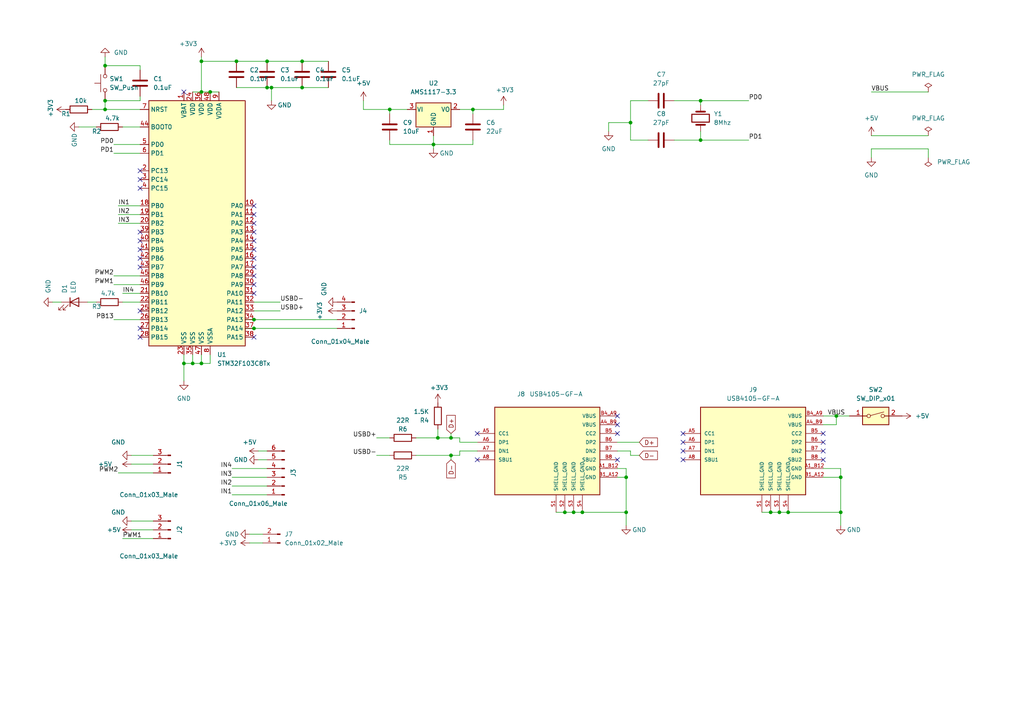
<source format=kicad_sch>
(kicad_sch (version 20211123) (generator eeschema)
  (paper "A4")
  (lib_symbols
    (symbol "Connector:Conn_01x02_Male" (pin_names (offset 1.016) hide)
      (property "Reference" "J" (at 0 2.54 0))
      (property "Value" "Conn_01x02_Male" (at 0 -5.08 0))
      (symbol "Conn_01x02_Male_1_1"
        (polyline (pts (xy 1.27 -2.54) (xy 0.8636 -2.54)) (stroke (width 0.1524)))
        (polyline (pts (xy 1.27 0) (xy 0.8636 0)) (stroke (width 0.1524)))
        (rectangle (start 0.8636 -2.413) (end 0 -2.667) (stroke (width 0.1524)) (fill (type outline)))
        (rectangle (start 0.8636 0.127) (end 0 -0.127) (stroke (width 0.1524)) (fill (type outline)))
        (pin passive line (at 5.08 0 180) (length 3.81) (name "Pin_1") (number "1"))
        (pin passive line (at 5.08 -2.54 180) (length 3.81) (name "Pin_2") (number "2"))
      )
    )
    (symbol "Connector:Conn_01x03_Male" (pin_names (offset 1.016) hide)
      (property "Reference" "J" (at 0 5.08 0))
      (property "Value" "Conn_01x03_Male" (at 0 -5.08 0))
      (symbol "Conn_01x03_Male_1_1"
        (polyline (pts (xy 1.27 -2.54) (xy 0.8636 -2.54)) (stroke (width 0.1524)))
        (polyline (pts (xy 1.27 0) (xy 0.8636 0)) (stroke (width 0.1524)))
        (polyline (pts (xy 1.27 2.54) (xy 0.8636 2.54)) (stroke (width 0.1524)))
        (rectangle (start 0.8636 -2.413) (end 0 -2.667) (stroke (width 0.1524)) (fill (type outline)))
        (rectangle (start 0.8636 0.127) (end 0 -0.127) (stroke (width 0.1524)) (fill (type outline)))
        (rectangle (start 0.8636 2.667) (end 0 2.413) (stroke (width 0.1524)) (fill (type outline)))
        (pin passive line (at 5.08 2.54 180) (length 3.81) (name "Pin_1") (number "1"))
        (pin passive line (at 5.08 0 180) (length 3.81) (name "Pin_2") (number "2"))
        (pin passive line (at 5.08 -2.54 180) (length 3.81) (name "Pin_3") (number "3"))
      )
    )
    (symbol "Connector:Conn_01x04_Male" (pin_names (offset 1.016) hide)
      (property "Reference" "J" (at 0 5.08 0))
      (property "Value" "Conn_01x04_Male" (at 0 -7.62 0))
      (symbol "Conn_01x04_Male_1_1"
        (polyline (pts (xy 1.27 -5.08) (xy 0.8636 -5.08)) (stroke (width 0.1524)))
        (polyline (pts (xy 1.27 -2.54) (xy 0.8636 -2.54)) (stroke (width 0.1524)))
        (polyline (pts (xy 1.27 0) (xy 0.8636 0)) (stroke (width 0.1524)))
        (polyline (pts (xy 1.27 2.54) (xy 0.8636 2.54)) (stroke (width 0.1524)))
        (rectangle (start 0.8636 -4.953) (end 0 -5.207) (stroke (width 0.1524)) (fill (type outline)))
        (rectangle (start 0.8636 -2.413) (end 0 -2.667) (stroke (width 0.1524)) (fill (type outline)))
        (rectangle (start 0.8636 0.127) (end 0 -0.127) (stroke (width 0.1524)) (fill (type outline)))
        (rectangle (start 0.8636 2.667) (end 0 2.413) (stroke (width 0.1524)) (fill (type outline)))
        (pin passive line (at 5.08 2.54 180) (length 3.81) (name "Pin_1") (number "1"))
        (pin passive line (at 5.08 0 180) (length 3.81) (name "Pin_2") (number "2"))
        (pin passive line (at 5.08 -2.54 180) (length 3.81) (name "Pin_3") (number "3"))
        (pin passive line (at 5.08 -5.08 180) (length 3.81) (name "Pin_4") (number "4"))
      )
    )
    (symbol "Connector:Conn_01x06_Male" (pin_names (offset 1.016) hide)
      (property "Reference" "J" (at 0 7.62 0))
      (property "Value" "Conn_01x06_Male" (at 0 -10.16 0))
      (symbol "Conn_01x06_Male_1_1"
        (polyline (pts (xy 1.27 -7.62) (xy 0.8636 -7.62)) (stroke (width 0.1524)))
        (polyline (pts (xy 1.27 -5.08) (xy 0.8636 -5.08)) (stroke (width 0.1524)))
        (polyline (pts (xy 1.27 -2.54) (xy 0.8636 -2.54)) (stroke (width 0.1524)))
        (polyline (pts (xy 1.27 0) (xy 0.8636 0)) (stroke (width 0.1524)))
        (polyline (pts (xy 1.27 2.54) (xy 0.8636 2.54)) (stroke (width 0.1524)))
        (polyline (pts (xy 1.27 5.08) (xy 0.8636 5.08)) (stroke (width 0.1524)))
        (rectangle (start 0.8636 -7.493) (end 0 -7.747) (stroke (width 0.1524)) (fill (type outline)))
        (rectangle (start 0.8636 -4.953) (end 0 -5.207) (stroke (width 0.1524)) (fill (type outline)))
        (rectangle (start 0.8636 -2.413) (end 0 -2.667) (stroke (width 0.1524)) (fill (type outline)))
        (rectangle (start 0.8636 0.127) (end 0 -0.127) (stroke (width 0.1524)) (fill (type outline)))
        (rectangle (start 0.8636 2.667) (end 0 2.413) (stroke (width 0.1524)) (fill (type outline)))
        (rectangle (start 0.8636 5.207) (end 0 4.953) (stroke (width 0.1524)) (fill (type outline)))
        (pin passive line (at 5.08 5.08 180) (length 3.81) (name "Pin_1") (number "1"))
        (pin passive line (at 5.08 2.54 180) (length 3.81) (name "Pin_2") (number "2"))
        (pin passive line (at 5.08 0 180) (length 3.81) (name "Pin_3") (number "3"))
        (pin passive line (at 5.08 -2.54 180) (length 3.81) (name "Pin_4") (number "4"))
        (pin passive line (at 5.08 -5.08 180) (length 3.81) (name "Pin_5") (number "5"))
        (pin passive line (at 5.08 -7.62 180) (length 3.81) (name "Pin_6") (number "6"))
      )
    )
    (symbol "Device:C" (pin_numbers hide) (pin_names (offset 0.254))
      (property "Reference" "C" (at 0.635 2.54 0))
      (property "Value" "C" (at 0.635 -2.54 0))
      (symbol "C_0_1"
        (polyline (pts (xy -2.032 -0.762) (xy 2.032 -0.762)) (stroke (width 0.508)))
        (polyline (pts (xy -2.032 0.762) (xy 2.032 0.762)) (stroke (width 0.508)))
      )
      (symbol "C_1_1"
        (pin passive line (at 0 3.81 270) (length 2.794) (name "~") (number "1"))
        (pin passive line (at 0 -3.81 90) (length 2.794) (name "~") (number "2"))
      )
    )
    (symbol "Device:Crystal" (pin_numbers hide) (pin_names (offset 1.016) hide)
      (property "Reference" "Y" (at 0 3.81 0))
      (property "Value" "Crystal" (at 0 -3.81 0))
      (symbol "Crystal_0_1"
        (rectangle (start -1.143 2.54) (end 1.143 -2.54) (stroke (width 0.3048)))
        (polyline (pts (xy -2.54 0) (xy -1.905 0)))
        (polyline (pts (xy -1.905 -1.27) (xy -1.905 1.27)) (stroke (width 0.508)))
        (polyline (pts (xy 1.905 -1.27) (xy 1.905 1.27)) (stroke (width 0.508)))
        (polyline (pts (xy 2.54 0) (xy 1.905 0)))
      )
      (symbol "Crystal_1_1"
        (pin passive line (at -3.81 0 0) (length 1.27) (name "1") (number "1"))
        (pin passive line (at 3.81 0 180) (length 1.27) (name "2") (number "2"))
      )
    )
    (symbol "Device:LED" (pin_numbers hide) (pin_names (offset 1.016) hide)
      (property "Reference" "D" (at 0 2.54 0))
      (property "Value" "LED" (at 0 -2.54 0))
      (symbol "LED_0_1"
        (polyline (pts (xy -1.27 -1.27) (xy -1.27 1.27)) (stroke (width 0.254)))
        (polyline (pts (xy -1.27 0) (xy 1.27 0)))
        (polyline (pts (xy 1.27 -1.27) (xy 1.27 1.27) (xy -1.27 0) (xy 1.27 -1.27)) (stroke (width 0.254)))
        (polyline (pts (xy -3.048 -0.762) (xy -4.572 -2.286) (xy -3.81 -2.286) (xy -4.572 -2.286) (xy -4.572 -1.524)))
        (polyline (pts (xy -1.778 -0.762) (xy -3.302 -2.286) (xy -2.54 -2.286) (xy -3.302 -2.286) (xy -3.302 -1.524)))
      )
      (symbol "LED_1_1"
        (pin passive line (at -3.81 0 0) (length 2.54) (name "K") (number "1"))
        (pin passive line (at 3.81 0 180) (length 2.54) (name "A") (number "2"))
      )
    )
    (symbol "Device:R" (pin_numbers hide) (pin_names (offset 0))
      (property "Reference" "R" (at 2.032 0 90))
      (property "Value" "R" (at 0 0 90))
      (symbol "R_0_1"
        (rectangle (start -1.016 -2.54) (end 1.016 2.54) (stroke (width 0.254)))
      )
      (symbol "R_1_1"
        (pin passive line (at 0 3.81 270) (length 1.27) (name "~") (number "1"))
        (pin passive line (at 0 -3.81 90) (length 1.27) (name "~") (number "2"))
      )
    )
    (symbol "MCU_ST_STM32F1:STM32F103C8Tx"
      (property "Reference" "U" (at -15.24 36.83 0))
      (property "Value" "STM32F103C8Tx" (at 7.62 36.83 0))
      (symbol "STM32F103C8Tx_0_1"
        (rectangle (start -15.24 -35.56) (end 12.7 35.56) (stroke (width 0.254)) (fill (type background)))
      )
      (symbol "STM32F103C8Tx_1_1"
        (pin power_in line (at -5.08 38.1 270) (length 2.54) (name "VBAT") (number "1"))
        (pin bidirectional line (at 15.24 5.08 180) (length 2.54) (name "PA0") (number "10"))
        (pin bidirectional line (at 15.24 2.54 180) (length 2.54) (name "PA1") (number "11"))
        (pin bidirectional line (at 15.24 0 180) (length 2.54) (name "PA2") (number "12"))
        (pin bidirectional line (at 15.24 -2.54 180) (length 2.54) (name "PA3") (number "13"))
        (pin bidirectional line (at 15.24 -5.08 180) (length 2.54) (name "PA4") (number "14"))
        (pin bidirectional line (at 15.24 -7.62 180) (length 2.54) (name "PA5") (number "15"))
        (pin bidirectional line (at 15.24 -10.16 180) (length 2.54) (name "PA6") (number "16"))
        (pin bidirectional line (at 15.24 -12.7 180) (length 2.54) (name "PA7") (number "17"))
        (pin bidirectional line (at -17.78 5.08 0) (length 2.54) (name "PB0") (number "18"))
        (pin bidirectional line (at -17.78 2.54 0) (length 2.54) (name "PB1") (number "19"))
        (pin bidirectional line (at -17.78 15.24 0) (length 2.54) (name "PC13") (number "2"))
        (pin bidirectional line (at -17.78 0 0) (length 2.54) (name "PB2") (number "20"))
        (pin bidirectional line (at -17.78 -20.32 0) (length 2.54) (name "PB10") (number "21"))
        (pin bidirectional line (at -17.78 -22.86 0) (length 2.54) (name "PB11") (number "22"))
        (pin power_in line (at -5.08 -38.1 90) (length 2.54) (name "VSS") (number "23"))
        (pin power_in line (at -2.54 38.1 270) (length 2.54) (name "VDD") (number "24"))
        (pin bidirectional line (at -17.78 -25.4 0) (length 2.54) (name "PB12") (number "25"))
        (pin bidirectional line (at -17.78 -27.94 0) (length 2.54) (name "PB13") (number "26"))
        (pin bidirectional line (at -17.78 -30.48 0) (length 2.54) (name "PB14") (number "27"))
        (pin bidirectional line (at -17.78 -33.02 0) (length 2.54) (name "PB15") (number "28"))
        (pin bidirectional line (at 15.24 -15.24 180) (length 2.54) (name "PA8") (number "29"))
        (pin bidirectional line (at -17.78 12.7 0) (length 2.54) (name "PC14") (number "3"))
        (pin bidirectional line (at 15.24 -17.78 180) (length 2.54) (name "PA9") (number "30"))
        (pin bidirectional line (at 15.24 -20.32 180) (length 2.54) (name "PA10") (number "31"))
        (pin bidirectional line (at 15.24 -22.86 180) (length 2.54) (name "PA11") (number "32"))
        (pin bidirectional line (at 15.24 -25.4 180) (length 2.54) (name "PA12") (number "33"))
        (pin bidirectional line (at 15.24 -27.94 180) (length 2.54) (name "PA13") (number "34"))
        (pin power_in line (at -2.54 -38.1 90) (length 2.54) (name "VSS") (number "35"))
        (pin power_in line (at 0 38.1 270) (length 2.54) (name "VDD") (number "36"))
        (pin bidirectional line (at 15.24 -30.48 180) (length 2.54) (name "PA14") (number "37"))
        (pin bidirectional line (at 15.24 -33.02 180) (length 2.54) (name "PA15") (number "38"))
        (pin bidirectional line (at -17.78 -2.54 0) (length 2.54) (name "PB3") (number "39"))
        (pin bidirectional line (at -17.78 10.16 0) (length 2.54) (name "PC15") (number "4"))
        (pin bidirectional line (at -17.78 -5.08 0) (length 2.54) (name "PB4") (number "40"))
        (pin bidirectional line (at -17.78 -7.62 0) (length 2.54) (name "PB5") (number "41"))
        (pin bidirectional line (at -17.78 -10.16 0) (length 2.54) (name "PB6") (number "42"))
        (pin bidirectional line (at -17.78 -12.7 0) (length 2.54) (name "PB7") (number "43"))
        (pin input line (at -17.78 27.94 0) (length 2.54) (name "BOOT0") (number "44"))
        (pin bidirectional line (at -17.78 -15.24 0) (length 2.54) (name "PB8") (number "45"))
        (pin bidirectional line (at -17.78 -17.78 0) (length 2.54) (name "PB9") (number "46"))
        (pin power_in line (at 0 -38.1 90) (length 2.54) (name "VSS") (number "47"))
        (pin power_in line (at 2.54 38.1 270) (length 2.54) (name "VDD") (number "48"))
        (pin input line (at -17.78 22.86 0) (length 2.54) (name "PD0") (number "5"))
        (pin input line (at -17.78 20.32 0) (length 2.54) (name "PD1") (number "6"))
        (pin input line (at -17.78 33.02 0) (length 2.54) (name "NRST") (number "7"))
        (pin power_in line (at 2.54 -38.1 90) (length 2.54) (name "VSSA") (number "8"))
        (pin power_in line (at 5.08 38.1 270) (length 2.54) (name "VDDA") (number "9"))
      )
    )
    (symbol "Regulator_Linear:AMS1117-3.3" (pin_names (offset 0.254))
      (property "Reference" "U" (at -3.81 3.175 0))
      (property "Value" "AMS1117-3.3" (at 0 3.175 0))
      (symbol "AMS1117-3.3_0_1"
        (rectangle (start -5.08 -5.08) (end 5.08 1.905) (stroke (width 0.254)) (fill (type background)))
      )
      (symbol "AMS1117-3.3_1_1"
        (pin power_in line (at 0 -7.62 90) (length 2.54) (name "GND") (number "1"))
        (pin power_out line (at 7.62 0 180) (length 2.54) (name "VO") (number "2"))
        (pin power_in line (at -7.62 0 0) (length 2.54) (name "VI") (number "3"))
      )
    )
    (symbol "Switch:SW_DIP_x01" (pin_names (offset 0) hide)
      (property "Reference" "SW" (at 0 3.81 0))
      (property "Value" "SW_DIP_x01" (at 0 -3.81 0))
      (symbol "SW_DIP_x01_0_0"
        (circle (center -2.032 0) (radius 0.508))
        (polyline (pts (xy -1.524 0.127) (xy 2.3622 1.1684)))
        (circle (center 2.032 0) (radius 0.508))
      )
      (symbol "SW_DIP_x01_0_1"
        (rectangle (start -3.81 2.54) (end 3.81 -2.54) (stroke (width 0.254)) (fill (type background)))
      )
      (symbol "SW_DIP_x01_1_1"
        (pin passive line (at -7.62 0 0) (length 5.08) (name "~") (number "1"))
        (pin passive line (at 7.62 0 180) (length 5.08) (name "~") (number "2"))
      )
    )
    (symbol "Switch:SW_Push" (pin_numbers hide) (pin_names (offset 1.016) hide)
      (property "Reference" "SW" (at 1.27 2.54 0))
      (property "Value" "SW_Push" (at 0 -1.524 0))
      (symbol "SW_Push_0_1"
        (circle (center -2.032 0) (radius 0.508))
        (polyline (pts (xy 0 1.27) (xy 0 3.048)))
        (polyline (pts (xy 2.54 1.27) (xy -2.54 1.27)))
        (circle (center 2.032 0) (radius 0.508))
        (pin passive line (at -5.08 0 0) (length 2.54) (name "1") (number "1"))
        (pin passive line (at 5.08 0 180) (length 2.54) (name "2") (number "2"))
      )
    )
    (symbol "USB4105-GF-A:USB4105-GF-A" (pin_names (offset 1.016))
      (property "Reference" "J" (at -15.24 13.97 0))
      (property "Value" "USB4105-GF-A" (at -15.24 -15.24 0))
      (symbol "USB4105-GF-A_0_0"
        (rectangle (start -15.24 -12.7) (end 15.24 12.7) (stroke (width 0.254)) (fill (type background)))
        (pin power_in line (at 20.32 -5.08 180) (length 5.08) (name "GND") (number "A1_B12"))
        (pin power_in line (at 20.32 7.62 180) (length 5.08) (name "VBUS") (number "A4_B9"))
        (pin bidirectional line (at -20.32 5.08 0) (length 5.08) (name "CC1") (number "A5"))
        (pin bidirectional line (at -20.32 2.54 0) (length 5.08) (name "DP1") (number "A6"))
        (pin bidirectional line (at -20.32 0 0) (length 5.08) (name "DN1") (number "A7"))
        (pin bidirectional line (at -20.32 -2.54 0) (length 5.08) (name "SBU1") (number "A8"))
        (pin power_in line (at 20.32 -7.62 180) (length 5.08) (name "GND") (number "B1_A12"))
        (pin power_in line (at 20.32 10.16 180) (length 5.08) (name "VBUS") (number "B4_A9"))
        (pin bidirectional line (at 20.32 5.08 180) (length 5.08) (name "CC2") (number "B5"))
        (pin bidirectional line (at 20.32 2.54 180) (length 5.08) (name "DP2") (number "B6"))
        (pin bidirectional line (at 20.32 0 180) (length 5.08) (name "DN2") (number "B7"))
        (pin bidirectional line (at 20.32 -2.54 180) (length 5.08) (name "SBU2") (number "B8"))
        (pin power_in line (at 2.54 -17.78 90) (length 5.08) (name "SHELL_GND") (number "S1"))
        (pin power_in line (at 5.08 -17.78 90) (length 5.08) (name "SHELL_GND") (number "S2"))
        (pin power_in line (at 7.62 -17.78 90) (length 5.08) (name "SHELL_GND") (number "S3"))
        (pin power_in line (at 10.16 -17.78 90) (length 5.08) (name "SHELL_GND") (number "S4"))
      )
    )
    (symbol "power:+3.3V" (power) (pin_names (offset 0))
      (property "Value" "+3.3V" (at 0 3.556 0))
      (symbol "+3.3V_0_1"
        (polyline (pts (xy -0.762 1.27) (xy 0 2.54)))
        (polyline (pts (xy 0 0) (xy 0 2.54)))
        (polyline (pts (xy 0 2.54) (xy 0.762 1.27)))
      )
      (symbol "+3.3V_1_1"
        (pin power_in line (at 0 0 90) (length 0) hide (name "+3V3") (number "1"))
      )
    )
    (symbol "power:+5V" (power) (pin_names (offset 0))
      (property "Value" "+5V" (at 0 3.556 0))
      (symbol "+5V_0_1"
        (polyline (pts (xy -0.762 1.27) (xy 0 2.54)))
        (polyline (pts (xy 0 0) (xy 0 2.54)))
        (polyline (pts (xy 0 2.54) (xy 0.762 1.27)))
      )
      (symbol "+5V_1_1"
        (pin power_in line (at 0 0 90) (length 0) hide (name "+5V") (number "1"))
      )
    )
    (symbol "power:GND" (power) (pin_names (offset 0))
      (property "Value" "GND" (at 0 -3.81 0))
      (symbol "GND_0_1"
        (polyline (pts (xy 0 0) (xy 0 -1.27) (xy 1.27 -1.27) (xy 0 -2.54) (xy -1.27 -1.27) (xy 0 -1.27)))
      )
      (symbol "GND_1_1"
        (pin power_in line (at 0 0 270) (length 0) hide (name "GND") (number "1"))
      )
    )
    (symbol "power:PWR_FLAG" (power) (pin_numbers hide) (pin_names (offset 0) hide)
      (property "Value" "PWR_FLAG" (at 0 3.81 0))
      (symbol "PWR_FLAG_0_0"
        (pin power_out line (at 0 0 90) (length 0) (name "pwr") (number "1"))
      )
      (symbol "PWR_FLAG_0_1"
        (polyline (pts (xy 0 0) (xy 0 1.27) (xy -1.016 1.905) (xy 0 2.54) (xy 1.016 1.905) (xy 0 1.27)))
      )
    )
  )
  (junction (at 125.73 41.91))
  (junction (at 30.48 31.75))
  (junction (at 163.83 148.59))
  (junction (at 55.88 105.41))
  (junction (at 127 127))
  (junction (at 77.47 17.78))
  (junction (at 166.37 148.59))
  (junction (at 228.6 148.59))
  (junction (at 113.03 31.75))
  (junction (at 223.52 148.59))
  (junction (at 181.61 148.59))
  (junction (at 68.58 17.78))
  (junction (at 58.42 26.67))
  (junction (at 53.34 105.41))
  (junction (at 87.63 17.78))
  (junction (at 137.16 31.75))
  (junction (at 58.42 105.41))
  (junction (at 87.63 25.4))
  (junction (at 78.74 25.4))
  (junction (at 242.57 120.65))
  (junction (at 168.91 148.59))
  (junction (at 243.84 138.43))
  (junction (at 30.48 29.21))
  (junction (at 60.96 26.67))
  (junction (at 182.88 35.56))
  (junction (at 243.84 148.59))
  (junction (at 181.61 138.43))
  (junction (at 226.06 148.59))
  (junction (at 203.2 29.21))
  (junction (at 203.2 40.64))
  (junction (at 58.42 17.78))
  (junction (at 130.81 132.08))
  (junction (at 73.66 92.71))
  (junction (at 30.48 19.05))
  (junction (at 130.81 127))
  (junction (at 77.47 25.4))
  (junction (at 73.66 95.25))
  (no_connect (at 179.07 123.19))
  (no_connect (at 179.07 120.65))
  (no_connect (at 40.64 77.47))
  (no_connect (at 40.64 74.93))
  (no_connect (at 40.64 72.39))
  (no_connect (at 40.64 67.31))
  (no_connect (at 40.64 69.85))
  (no_connect (at 40.64 52.07))
  (no_connect (at 73.66 97.79))
  (no_connect (at 73.66 85.09))
  (no_connect (at 73.66 82.55))
  (no_connect (at 40.64 54.61))
  (no_connect (at 40.64 49.53))
  (no_connect (at 40.64 90.17))
  (no_connect (at 40.64 95.25))
  (no_connect (at 40.64 97.79))
  (no_connect (at 53.34 26.67))
  (no_connect (at 138.43 125.73))
  (no_connect (at 138.43 133.35))
  (no_connect (at 198.12 130.81))
  (no_connect (at 198.12 133.35))
  (no_connect (at 198.12 128.27))
  (no_connect (at 198.12 125.73))
  (no_connect (at 238.76 125.73))
  (no_connect (at 238.76 130.81))
  (no_connect (at 238.76 128.27))
  (no_connect (at 238.76 133.35))
  (no_connect (at 179.07 133.35))
  (no_connect (at 179.07 125.73))
  (no_connect (at 73.66 59.69))
  (no_connect (at 73.66 67.31))
  (no_connect (at 73.66 64.77))
  (no_connect (at 73.66 62.23))
  (no_connect (at 73.66 69.85))
  (no_connect (at 73.66 77.47))
  (no_connect (at 73.66 80.01))
  (no_connect (at 73.66 74.93))
  (no_connect (at 73.66 72.39))
  (wire (pts (xy 58.42 102.87) (xy 58.42 105.41)))
  (wire (pts (xy 182.88 132.08) (xy 182.88 130.81)))
  (wire (pts (xy 74.93 133.35) (xy 77.47 133.35)))
  (wire (pts (xy 77.47 25.4) (xy 78.74 25.4)))
  (wire (pts (xy 67.31 140.97) (xy 77.47 140.97)))
  (wire (pts (xy 53.34 105.41) (xy 53.34 110.49)))
  (wire (pts (xy 243.84 148.59) (xy 243.84 152.4)))
  (wire (pts (xy 35.56 156.21) (xy 44.45 156.21)))
  (wire (pts (xy 58.42 105.41) (xy 55.88 105.41)))
  (wire (pts (xy 127 127) (xy 120.65 127)))
  (wire (pts (xy 163.83 148.59) (xy 161.29 148.59)))
  (wire (pts (xy 182.88 29.21) (xy 182.88 35.56)))
  (wire (pts (xy 228.6 148.59) (xy 243.84 148.59)))
  (wire (pts (xy 138.43 130.81) (xy 133.35 130.81)))
  (wire (pts (xy 238.76 123.19) (xy 242.57 123.19)))
  (wire (pts (xy 60.96 26.67) (xy 63.5 26.67)))
  (wire (pts (xy 26.67 31.75) (xy 30.48 31.75)))
  (wire (pts (xy 73.66 87.63) (xy 81.28 87.63)))
  (wire (pts (xy 166.37 148.59) (xy 163.83 148.59)))
  (wire (pts (xy 40.64 36.83) (xy 35.56 36.83)))
  (wire (pts (xy 38.1 134.62) (xy 44.45 134.62)))
  (wire (pts (xy 58.42 17.78) (xy 58.42 26.67)))
  (wire (pts (xy 217.17 29.21) (xy 203.2 29.21)))
  (wire (pts (xy 203.2 40.64) (xy 195.58 40.64)))
  (wire (pts (xy 130.81 132.08) (xy 133.35 132.08)))
  (wire (pts (xy 243.84 138.43) (xy 243.84 148.59)))
  (wire (pts (xy 58.42 17.78) (xy 68.58 17.78)))
  (wire (pts (xy 87.63 17.78) (xy 95.25 17.78)))
  (wire (pts (xy 30.48 19.05) (xy 40.64 19.05)))
  (wire (pts (xy 67.31 143.51) (xy 77.47 143.51)))
  (wire (pts (xy 243.84 135.89) (xy 243.84 138.43)))
  (wire (pts (xy 243.84 138.43) (xy 238.76 138.43)))
  (wire (pts (xy 120.65 132.08) (xy 130.81 132.08)))
  (wire (pts (xy 125.73 41.91) (xy 125.73 43.18)))
  (wire (pts (xy 34.29 64.77) (xy 40.64 64.77)))
  (wire (pts (xy 38.1 153.67) (xy 44.45 153.67)))
  (wire (pts (xy 187.96 29.21) (xy 182.88 29.21)))
  (wire (pts (xy 33.02 80.01) (xy 40.64 80.01)))
  (wire (pts (xy 72.39 157.48) (xy 76.2 157.48)))
  (wire (pts (xy 38.1 132.08) (xy 44.45 132.08)))
  (wire (pts (xy 195.58 29.21) (xy 203.2 29.21)))
  (wire (pts (xy 176.53 38.1) (xy 176.53 35.56)))
  (wire (pts (xy 203.2 30.48) (xy 203.2 29.21)))
  (wire (pts (xy 34.29 59.69) (xy 40.64 59.69)))
  (wire (pts (xy 34.29 137.16) (xy 44.45 137.16)))
  (wire (pts (xy 223.52 148.59) (xy 226.06 148.59)))
  (wire (pts (xy 40.64 29.21) (xy 30.48 29.21)))
  (wire (pts (xy 176.53 35.56) (xy 182.88 35.56)))
  (wire (pts (xy 269.24 45.72) (xy 269.24 43.18)))
  (wire (pts (xy 185.42 132.08) (xy 182.88 132.08)))
  (wire (pts (xy 137.16 41.91) (xy 125.73 41.91)))
  (wire (pts (xy 72.39 154.94) (xy 76.2 154.94)))
  (wire (pts (xy 58.42 26.67) (xy 60.96 26.67)))
  (wire (pts (xy 78.74 25.4) (xy 87.63 25.4)))
  (wire (pts (xy 15.24 87.63) (xy 17.78 87.63)))
  (wire (pts (xy 146.05 31.75) (xy 137.16 31.75)))
  (wire (pts (xy 77.47 17.78) (xy 87.63 17.78)))
  (wire (pts (xy 220.98 148.59) (xy 223.52 148.59)))
  (wire (pts (xy 185.42 128.27) (xy 179.07 128.27)))
  (wire (pts (xy 68.58 25.4) (xy 77.47 25.4)))
  (wire (pts (xy 30.48 31.75) (xy 40.64 31.75)))
  (wire (pts (xy 182.88 35.56) (xy 182.88 40.64)))
  (wire (pts (xy 40.64 27.94) (xy 40.64 29.21)))
  (wire (pts (xy 130.81 127) (xy 130.81 125.73)))
  (wire (pts (xy 113.03 132.08) (xy 109.22 132.08)))
  (wire (pts (xy 35.56 85.09) (xy 40.64 85.09)))
  (wire (pts (xy 182.88 40.64) (xy 187.96 40.64)))
  (wire (pts (xy 181.61 135.89) (xy 181.61 138.43)))
  (wire (pts (xy 55.88 102.87) (xy 55.88 105.41)))
  (wire (pts (xy 105.41 31.75) (xy 105.41 29.21)))
  (wire (pts (xy 226.06 148.59) (xy 228.6 148.59)))
  (wire (pts (xy 58.42 16.51) (xy 58.42 17.78)))
  (wire (pts (xy 55.88 105.41) (xy 53.34 105.41)))
  (wire (pts (xy 55.88 26.67) (xy 58.42 26.67)))
  (wire (pts (xy 38.1 151.13) (xy 44.45 151.13)))
  (wire (pts (xy 137.16 40.64) (xy 137.16 41.91)))
  (wire (pts (xy 130.81 127) (xy 127 127)))
  (wire (pts (xy 27.94 36.83) (xy 22.86 36.83)))
  (wire (pts (xy 125.73 39.37) (xy 125.73 41.91)))
  (wire (pts (xy 73.66 90.17) (xy 81.28 90.17)))
  (wire (pts (xy 33.02 82.55) (xy 40.64 82.55)))
  (wire (pts (xy 105.41 31.75) (xy 113.03 31.75)))
  (wire (pts (xy 33.02 92.71) (xy 40.64 92.71)))
  (wire (pts (xy 181.61 148.59) (xy 181.61 152.4)))
  (wire (pts (xy 137.16 31.75) (xy 137.16 33.02)))
  (wire (pts (xy 71.12 95.25) (xy 73.66 95.25)))
  (wire (pts (xy 40.64 20.32) (xy 40.64 19.05)))
  (wire (pts (xy 238.76 135.89) (xy 243.84 135.89)))
  (wire (pts (xy 133.35 127) (xy 133.35 128.27)))
  (wire (pts (xy 181.61 138.43) (xy 179.07 138.43)))
  (wire (pts (xy 252.73 26.67) (xy 269.24 26.67)))
  (wire (pts (xy 33.02 44.45) (xy 40.64 44.45)))
  (wire (pts (xy 203.2 38.1) (xy 203.2 40.64)))
  (wire (pts (xy 68.58 17.78) (xy 77.47 17.78)))
  (wire (pts (xy 33.02 41.91) (xy 40.64 41.91)))
  (wire (pts (xy 182.88 130.81) (xy 179.07 130.81)))
  (wire (pts (xy 179.07 135.89) (xy 181.61 135.89)))
  (wire (pts (xy 53.34 102.87) (xy 53.34 105.41)))
  (wire (pts (xy 203.2 40.64) (xy 217.17 40.64)))
  (wire (pts (xy 34.29 62.23) (xy 40.64 62.23)))
  (wire (pts (xy 113.03 31.75) (xy 118.11 31.75)))
  (wire (pts (xy 60.96 102.87) (xy 60.96 105.41)))
  (wire (pts (xy 130.81 133.35) (xy 130.81 132.08)))
  (wire (pts (xy 71.12 92.71) (xy 73.66 92.71)))
  (wire (pts (xy 73.66 95.25) (xy 97.79 95.25)))
  (wire (pts (xy 27.94 87.63) (xy 25.4 87.63)))
  (wire (pts (xy 133.35 130.81) (xy 133.35 132.08)))
  (wire (pts (xy 113.03 41.91) (xy 125.73 41.91)))
  (wire (pts (xy 242.57 120.65) (xy 246.38 120.65)))
  (wire (pts (xy 133.35 128.27) (xy 138.43 128.27)))
  (wire (pts (xy 74.93 130.81) (xy 77.47 130.81)))
  (wire (pts (xy 73.66 92.71) (xy 97.79 92.71)))
  (wire (pts (xy 252.73 43.18) (xy 252.73 45.72)))
  (wire (pts (xy 30.48 16.51) (xy 30.48 19.05)))
  (wire (pts (xy 30.48 29.21) (xy 30.48 31.75)))
  (wire (pts (xy 113.03 41.91) (xy 113.03 40.64)))
  (wire (pts (xy 127 127) (xy 127 124.46)))
  (wire (pts (xy 78.74 25.4) (xy 78.74 29.21)))
  (wire (pts (xy 181.61 148.59) (xy 168.91 148.59)))
  (wire (pts (xy 67.31 138.43) (xy 77.47 138.43)))
  (wire (pts (xy 113.03 127) (xy 109.22 127)))
  (wire (pts (xy 242.57 123.19) (xy 242.57 120.65)))
  (wire (pts (xy 133.35 127) (xy 130.81 127)))
  (wire (pts (xy 181.61 138.43) (xy 181.61 148.59)))
  (wire (pts (xy 146.05 30.48) (xy 146.05 31.75)))
  (wire (pts (xy 60.96 105.41) (xy 58.42 105.41)))
  (wire (pts (xy 269.24 43.18) (xy 252.73 43.18)))
  (wire (pts (xy 133.35 31.75) (xy 137.16 31.75)))
  (wire (pts (xy 67.31 135.89) (xy 77.47 135.89)))
  (wire (pts (xy 168.91 148.59) (xy 166.37 148.59)))
  (wire (pts (xy 113.03 33.02) (xy 113.03 31.75)))
  (wire (pts (xy 238.76 120.65) (xy 242.57 120.65)))
  (wire (pts (xy 40.64 87.63) (xy 35.56 87.63)))
  (wire (pts (xy 252.73 39.37) (xy 269.24 39.37)))
  (wire (pts (xy 87.63 25.4) (xy 95.25 25.4)))
  (label "IN1" (at 34.29 59.69 0))
  (label "USBD+" (at 109.22 127 180))
  (label "VBUS" (at 240.03 120.65 0))
  (label "PD0" (at 33.02 41.91 180))
  (label "IN3" (at 67.31 138.43 180))
  (label "PD1" (at 33.02 44.45 180))
  (label "PD1" (at 217.17 40.64 0))
  (label "IN1" (at 67.31 143.51 180))
  (label "PWM2" (at 34.29 137.16 180))
  (label "IN4" (at 67.31 135.89 180))
  (label "IN4" (at 35.56 85.09 0))
  (label "USBD+" (at 81.28 90.17 0))
  (label "PB13" (at 33.02 92.71 180))
  (label "PWM2" (at 33.02 80.01 180))
  (label "USBD-" (at 81.28 87.63 0))
  (label "IN2" (at 34.29 62.23 0))
  (label "PWM1" (at 35.56 156.21 0))
  (label "PWM1" (at 33.02 82.55 180))
  (label "USBD-" (at 109.22 132.08 180))
  (label "VBUS" (at 252.73 26.67 0))
  (label "PD0" (at 217.17 29.21 0))
  (label "IN2" (at 67.31 140.97 180))
  (label "IN3" (at 34.29 64.77 0))
  (global_label "D+" (shape input) (at 185.42 128.27 0) (property "Intersheet References" "${INTERSHEET_REFS}" (effects hide)))
  (global_label "D+" (shape input) (at 130.81 125.73 90) (property "Intersheet References" "${INTERSHEET_REFS}" (effects hide)))
  (global_label "D-" (shape input) (at 185.42 132.08 0) (property "Intersheet References" "${INTERSHEET_REFS}" (effects hide)))
  (global_label "D-" (shape input) (at 130.81 133.35 270) (property "Intersheet References" "${INTERSHEET_REFS}" (effects hide)))
  (symbol (lib_id "Device:R") (at 22.86 31.75 270) (unit 1)
    (property "Reference" "R1" (at 17.78 33.02 90) (effects (justify left)))
    (property "Value" "10k" (at 21.59 29.21 90) (effects (justify left)))
    (property "Footprint" "Resistor_SMD:R_0603_1608Metric" (effects hide))
  )
  (symbol (lib_id "Device:C") (at 40.64 24.13 180) (unit 1)
    (property "Reference" "C1" (at 44.45 22.8599 0) (effects (justify right)))
    (property "Value" "0.1uF" (at 44.45 25.3999 0) (effects (justify right)))
    (property "Footprint" "Capacitor_SMD:C_0603_1608Metric" (effects hide))
  )
  (symbol (lib_id "power:+5V") (at 252.73 39.37 0) (unit 1)
    (property "Reference" "#PWR0124" (effects hide))
    (property "Value" "+5V" (at 252.73 34.29 0))
  )
  (symbol (lib_id "power:+5V") (at 38.1 153.67 90) (unit 1)
    (property "Reference" "#PWR0120" (effects hide))
    (property "Value" "+5V" (at 33.02 153.67 90))
  )
  (symbol (lib_id "Device:R") (at 127 120.65 0) (unit 1)
    (property "Reference" "R4" (at 124.46 121.9201 0) (effects (justify right)))
    (property "Value" "1.5K" (at 124.46 119.3801 0) (effects (justify right)))
    (property "Footprint" "Resistor_SMD:R_0603_1608Metric" (effects hide))
  )
  (symbol (lib_id "power:GND") (at 30.48 16.51 180) (unit 1)
    (property "Reference" "#PWR0105" (effects hide))
    (property "Value" "GND" (at 33.02 15.2399 0) (effects (justify right)))
  )
  (symbol (lib_id "power:+3.3V") (at 97.79 90.17 90) (unit 1)
    (property "Reference" "#PWR0115" (effects hide))
    (property "Value" "+3.3V" (at 92.71 90.17 0))
  )
  (symbol (lib_id "Connector:Conn_01x04_Male") (at 102.87 92.71 180) (unit 1)
    (property "Reference" "J4" (at 104.14 90.1699 0) (effects (justify right)))
    (property "Value" "Conn_01x04_Male" (at 90.17 99.06 0) (effects (justify right)))
    (property "Footprint" "Connector_PinHeader_2.54mm:PinHeader_1x04_P2.54mm_Vertical" (effects hide))
  )
  (symbol (lib_id "Device:C") (at 95.25 21.59 180) (unit 1)
    (property "Reference" "C5" (at 99.06 20.3199 0) (effects (justify right)))
    (property "Value" "0.1uF" (at 99.06 22.8599 0) (effects (justify right)))
    (property "Footprint" "Capacitor_SMD:C_0603_1608Metric" (effects hide))
  )
  (symbol (lib_id "power:GND") (at 15.24 87.63 270) (unit 1)
    (property "Reference" "#PWR0113" (effects hide))
    (property "Value" "GND" (at 13.9699 85.09 0) (effects (justify right)))
  )
  (symbol (lib_id "power:GND") (at 78.74 29.21 0) (unit 1)
    (property "Reference" "#PWR0117" (effects hide))
    (property "Value" "GND" (at 82.55 30.48 0))
  )
  (symbol (lib_id "Device:Crystal") (at 203.2 34.29 90) (unit 1)
    (property "Reference" "Y1" (at 207.01 33.0199 90) (effects (justify right)))
    (property "Value" "8Mhz" (at 207.01 35.5599 90) (effects (justify right)))
    (property "Footprint" "Crystal:Crystal_HC49-4H_Vertical" (effects hide))
  )
  (symbol (lib_id "Device:LED") (at 21.59 87.63 0) (unit 1)
    (property "Reference" "D1" (at 18.7324 85.09 90) (effects (justify left)))
    (property "Value" "LED" (at 21.2724 85.09 90) (effects (justify left)))
    (property "Footprint" "LED_SMD:LED_0805_2012Metric_Pad1.15x1.40mm_HandSolder" (effects hide))
  )
  (symbol (lib_id "Switch:SW_DIP_x01") (at 254 120.65 0) (unit 1)
    (property "Reference" "SW2" (at 254 113.03 0))
    (property "Value" "SW_DIP_x01" (at 254 115.57 0))
    (property "Footprint" "Button_Switch_THT:SW_Slide_1P2T_CK_OS102011MS2Q" (effects hide))
  )
  (symbol (lib_id "Switch:SW_Push") (at 30.48 24.13 90) (unit 1)
    (property "Reference" "SW1" (at 31.75 22.8599 90) (effects (justify right)))
    (property "Value" "SW_Push" (at 31.75 25.3999 90) (effects (justify right)))
    (property "Footprint" "Button_Switch_SMD:SW_Push_SPST_NO_Alps_SKRK" (effects hide))
  )
  (symbol (lib_id "power:+3.3V") (at 146.05 30.48 0) (unit 1)
    (property "Reference" "#PWR0111" (effects hide))
    (property "Value" "+3.3V" (at 146.431 26.0858 0))
  )
  (symbol (lib_id "Device:C") (at 191.77 29.21 90) (unit 1)
    (property "Reference" "C7" (at 191.77 21.59 90))
    (property "Value" "27pF" (at 191.77 24.13 90))
    (property "Footprint" "Capacitor_SMD:C_0603_1608Metric" (effects hide))
  )
  (symbol (lib_id "power:GND") (at 74.93 133.35 270) (unit 1)
    (property "Reference" "#PWR0123" (effects hide))
    (property "Value" "GND" (at 69.85 133.35 90))
  )
  (symbol (lib_id "power:+3.3V") (at 58.42 16.51 0) (unit 1)
    (property "Reference" "#PWR0106" (effects hide))
    (property "Value" "+3.3V" (at 54.61 12.7 0))
  )
  (symbol (lib_id "power:GND") (at 243.84 152.4 0) (unit 1)
    (property "Reference" "#PWR0130" (effects hide))
    (property "Value" "GND" (at 247.65 153.67 0))
  )
  (symbol (lib_id "Device:C") (at 87.63 21.59 180) (unit 1)
    (property "Reference" "C4" (at 91.44 20.3199 0) (effects (justify right)))
    (property "Value" "0.1uF" (at 91.44 22.8599 0) (effects (justify right)))
    (property "Footprint" "Capacitor_SMD:C_0603_1608Metric" (effects hide))
  )
  (symbol (lib_id "Device:C") (at 191.77 40.64 90) (unit 1)
    (property "Reference" "C8" (at 191.77 33.02 90))
    (property "Value" "27pF" (at 191.77 35.56 90))
    (property "Footprint" "Capacitor_SMD:C_0603_1608Metric" (effects hide))
  )
  (symbol (lib_id "power:GND") (at 125.73 43.18 0) (unit 1)
    (property "Reference" "#PWR0109" (effects hide))
    (property "Value" "GND" (at 129.54 44.45 0))
  )
  (symbol (lib_id "power:GND") (at 97.79 87.63 270) (unit 1)
    (property "Reference" "#PWR0116" (effects hide))
    (property "Value" "GND" (at 93.98 83.82 0))
  )
  (symbol (lib_id "power:+3.3V") (at 72.39 157.48 90) (unit 1)
    (property "Reference" "#PWR0126" (effects hide))
    (property "Value" "+3.3V" (at 66.04 157.48 90))
  )
  (symbol (lib_id "power:+5V") (at 105.41 29.21 0) (unit 1)
    (property "Reference" "#PWR0112" (effects hide))
    (property "Value" "+5V" (at 105.41 24.13 0))
  )
  (symbol (lib_id "power:PWR_FLAG") (at 269.24 39.37 0) (unit 1)
    (property "Reference" "#FLG0104" (effects hide))
    (property "Value" "PWR_FLAG" (at 269.24 34.29 0))
  )
  (symbol (lib_id "Device:C") (at 113.03 36.83 0) (unit 1)
    (property "Reference" "C9" (at 116.84 35.5599 0) (effects (justify left)))
    (property "Value" "10uF" (at 116.84 38.0999 0) (effects (justify left)))
    (property "Footprint" "Capacitor_SMD:C_0603_1608Metric" (effects hide))
  )
  (symbol (lib_id "Connector:Conn_01x06_Male") (at 82.55 138.43 180) (unit 1)
    (property "Reference" "J3" (at 85.09 137.16 90))
    (property "Value" "Conn_01x06_Male" (at 74.93 146.05 0))
    (property "Footprint" "Connector_PinHeader_2.54mm:PinHeader_1x06_P2.54mm_Vertical" (effects hide))
  )
  (symbol (lib_id "Device:C") (at 137.16 36.83 0) (unit 1)
    (property "Reference" "C6" (at 140.97 35.5599 0) (effects (justify left)))
    (property "Value" "22uF" (at 140.97 38.0999 0) (effects (justify left)))
    (property "Footprint" "Capacitor_Tantalum_SMD:CP_EIA-3216-18_Kemet-A" (effects hide))
  )
  (symbol (lib_id "power:+5V") (at 38.1 134.62 90) (unit 1)
    (property "Reference" "#PWR0119" (effects hide))
    (property "Value" "+5V" (at 30.48 134.62 90))
  )
  (symbol (lib_id "Device:R") (at 31.75 36.83 270) (unit 1)
    (property "Reference" "R2" (at 26.67 38.1 90) (effects (justify left)))
    (property "Value" "4.7k" (at 30.48 34.29 90) (effects (justify left)))
    (property "Footprint" "Resistor_SMD:R_0603_1608Metric" (effects hide))
  )
  (symbol (lib_id "power:GND") (at 38.1 151.13 270) (unit 1)
    (property "Reference" "#PWR0121" (effects hide))
    (property "Value" "GND" (at 34.29 148.59 90))
  )
  (symbol (lib_id "Device:C") (at 68.58 21.59 180) (unit 1)
    (property "Reference" "C2" (at 72.39 20.3199 0) (effects (justify right)))
    (property "Value" "0.1uF" (at 72.39 22.8599 0) (effects (justify right)))
    (property "Footprint" "Capacitor_SMD:C_0603_1608Metric" (effects hide))
  )
  (symbol (lib_id "Connector:Conn_01x03_Male") (at 49.53 134.62 180) (unit 1)
    (property "Reference" "J1" (at 52.07 134.62 90))
    (property "Value" "Conn_01x03_Male" (at 43.18 143.51 0))
    (property "Footprint" "Connector_PinHeader_2.54mm:PinHeader_1x03_P2.54mm_Vertical" (effects hide))
  )
  (symbol (lib_id "power:GND") (at 22.86 36.83 270) (unit 1)
    (property "Reference" "#PWR0103" (effects hide))
    (property "Value" "GND" (at 21.59 40.64 0))
  )
  (symbol (lib_id "Regulator_Linear:AMS1117-3.3") (at 125.73 31.75 0) (unit 1)
    (property "Reference" "U2" (at 125.73 24.13 0))
    (property "Value" "AMS1117-3.3" (at 125.73 26.67 0))
    (property "Footprint" "Package_TO_SOT_SMD:SOT-223-3_TabPin2" (effects hide))
    (property "Datasheet" "http://www.advanced-monolithic.com/pdf/ds1117.pdf" (effects hide))
  )
  (symbol (lib_id "power:GND") (at 72.39 154.94 270) (unit 1)
    (property "Reference" "#PWR0127" (effects hide))
    (property "Value" "GND" (at 67.31 154.94 90))
  )
  (symbol (lib_id "power:+3.3V") (at 19.05 31.75 90) (unit 1)
    (property "Reference" "#PWR0104" (effects hide))
    (property "Value" "+3.3V" (at 14.6558 31.369 0))
  )
  (symbol (lib_id "power:GND") (at 252.73 45.72 0) (unit 1)
    (property "Reference" "#PWR0125" (effects hide))
    (property "Value" "GND" (at 252.73 50.8 0))
  )
  (symbol (lib_id "power:+3.3V") (at 127 116.84 0) (unit 1)
    (property "Reference" "#PWR0101" (effects hide))
    (property "Value" "+3.3V" (at 127.381 112.4458 0))
  )
  (symbol (lib_id "power:GND") (at 176.53 38.1 0) (unit 1)
    (property "Reference" "#PWR0107" (effects hide))
    (property "Value" "GND" (at 176.53 43.18 0))
  )
  (symbol (lib_id "power:+5V") (at 74.93 130.81 90) (unit 1)
    (property "Reference" "#PWR0122" (effects hide))
    (property "Value" "+5V" (at 72.39 128.27 90))
  )
  (symbol (lib_id "Device:C") (at 77.47 21.59 180) (unit 1)
    (property "Reference" "C3" (at 81.28 20.3199 0) (effects (justify right)))
    (property "Value" "0.1uF" (at 81.28 22.8599 0) (effects (justify right)))
    (property "Footprint" "Capacitor_SMD:C_0603_1608Metric" (effects hide))
  )
  (symbol (lib_id "Connector:Conn_01x03_Male") (at 49.53 153.67 180) (unit 1)
    (property "Reference" "J2" (at 52.07 153.67 90))
    (property "Value" "Conn_01x03_Male" (at 43.18 161.29 0))
    (property "Footprint" "Connector_PinHeader_2.54mm:PinHeader_1x03_P2.54mm_Vertical" (effects hide))
  )
  (symbol (lib_id "Device:R") (at 116.84 132.08 90) (unit 1)
    (property "Reference" "R5" (at 116.84 138.43 90))
    (property "Value" "22R" (at 116.84 135.89 90))
    (property "Footprint" "Resistor_SMD:R_0603_1608Metric" (effects hide))
  )
  (symbol (lib_id "power:PWR_FLAG") (at 269.24 45.72 180) (unit 1)
    (property "Reference" "#FLG0101" (effects hide))
    (property "Value" "PWR_FLAG" (at 271.78 46.9899 0) (effects (justify right)))
  )
  (symbol (lib_id "power:+5V") (at 261.62 120.65 270) (unit 1)
    (property "Reference" "#PWR0108" (effects hide))
    (property "Value" "+5V" (at 265.43 120.6499 90) (effects (justify left)))
  )
  (symbol (lib_id "power:GND") (at 53.34 110.49 0) (unit 1)
    (property "Reference" "#PWR0114" (effects hide))
    (property "Value" "GND" (at 53.34 115.57 0))
  )
  (symbol (lib_id "MCU_ST_STM32F1:STM32F103C8Tx") (at 58.42 64.77 0) (unit 1)
    (property "Reference" "U1" (at 62.9794 102.87 0) (effects (justify left)))
    (property "Value" "STM32F103C8Tx" (at 62.9794 105.41 0) (effects (justify left)))
    (property "Footprint" "Package_QFP:LQFP-48_7x7mm_P0.5mm" (effects hide))
    (property "Datasheet" "http://www.st.com/st-web-ui/static/active/en/resource/technical/document/datasheet/CD00161566.pdf" (effects hide))
  )
  (symbol (lib_id "power:PWR_FLAG") (at 269.24 26.67 0) (unit 1)
    (property "Reference" "#FLG0102" (effects hide))
    (property "Value" "PWR_FLAG" (at 269.24 21.59 0))
  )
  (symbol (lib_id "USB4105-GF-A:USB4105-GF-A") (at 158.75 130.81 0) (unit 1)
    (property "Reference" "J8" (at 151.13 114.3 0))
    (property "Value" "USB4105-GF-A" (at 161.29 114.3 0))
    (property "Footprint" "GCT_USB4105-GF-A" (effects hide))
    (property "PARTREV" "A3" (effects hide))
    (property "MAXIMUM_PACKAGE_HEIGHT" "3.31 mm" (effects hide))
    (property "STANDARD" "Manufacturer Recommendations" (effects hide))
    (property "MANUFACTURER" "GCT" (effects hide))
  )
  (symbol (lib_id "Connector:Conn_01x02_Male") (at 81.28 157.48 180) (unit 1)
    (property "Reference" "J7" (at 82.55 154.9399 0) (effects (justify right)))
    (property "Value" "Conn_01x02_Male" (at 82.55 157.4799 0) (effects (justify right)))
    (property "Footprint" "Connector_PinHeader_2.54mm:PinHeader_1x02_P2.54mm_Vertical" (effects hide))
  )
  (symbol (lib_id "Device:R") (at 31.75 87.63 270) (unit 1)
    (property "Reference" "R3" (at 26.67 88.9 90) (effects (justify left)))
    (property "Value" "4.7k" (at 29.21 85.09 90) (effects (justify left)))
    (property "Footprint" "Resistor_SMD:R_0603_1608Metric" (effects hide))
  )
  (symbol (lib_id "power:GND") (at 181.61 152.4 0) (unit 1)
    (property "Reference" "#PWR0128" (effects hide))
    (property "Value" "GND" (at 185.42 153.67 0))
  )
  (symbol (lib_id "power:GND") (at 38.1 132.08 270) (unit 1)
    (property "Reference" "#PWR0118" (effects hide))
    (property "Value" "GND" (at 34.29 128.27 90))
  )
  (symbol (lib_id "USB4105-GF-A:USB4105-GF-A") (at 218.44 130.81 0) (unit 1)
    (property "Reference" "J9" (at 218.44 113.03 0))
    (property "Value" "USB4105-GF-A" (at 218.44 115.57 0))
    (property "Footprint" "GCT_USB4105-GF-A" (effects hide))
    (property "PARTREV" "A3" (effects hide))
    (property "MAXIMUM_PACKAGE_HEIGHT" "3.31 mm" (effects hide))
    (property "STANDARD" "Manufacturer Recommendations" (effects hide))
    (property "MANUFACTURER" "GCT" (effects hide))
  )
  (symbol (lib_id "Device:R") (at 116.84 127 90) (unit 1)
    (property "Reference" "R6" (at 116.84 124.46 90))
    (property "Value" "22R" (at 116.84 121.92 90))
    (property "Footprint" "Resistor_SMD:R_0603_1608Metric" (effects hide))
  )
)
</source>
